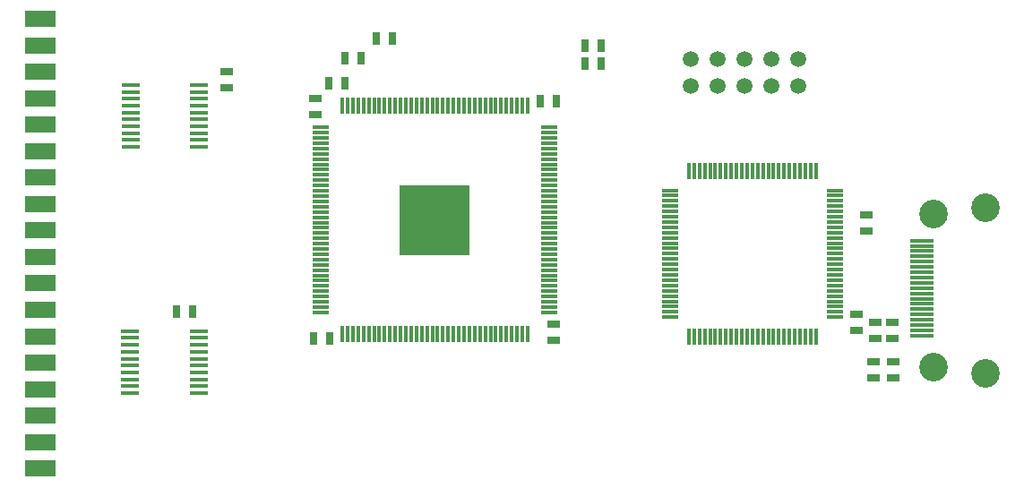
<source format=gts>
G04 #@! TF.FileFunction,Soldermask,Top*
%FSLAX46Y46*%
G04 Gerber Fmt 4.6, Leading zero omitted, Abs format (unit mm)*
G04 Created by KiCad (PCBNEW 4.0.4+dfsg1-stable) date Tue Oct 11 00:50:57 2016*
%MOMM*%
%LPD*%
G01*
G04 APERTURE LIST*
%ADD10C,0.150000*%
%ADD11C,1.506220*%
%ADD12C,2.700000*%
%ADD13R,2.200000X0.300000*%
%ADD14R,0.300000X1.600000*%
%ADD15R,1.600000X0.300000*%
%ADD16R,6.700000X6.700000*%
%ADD17C,0.690000*%
%ADD18C,2.200000*%
%ADD19R,1.143000X0.635000*%
%ADD20R,0.635000X1.143000*%
%ADD21R,1.700000X0.400000*%
%ADD22R,3.000000X1.500000*%
G04 APERTURE END LIST*
D10*
D11*
X111592000Y-29500000D03*
X111592000Y-32040000D03*
X109052000Y-29500000D03*
X109052000Y-32040000D03*
X106512000Y-29500000D03*
X106512000Y-32040000D03*
X103972000Y-29500000D03*
X103972000Y-32040000D03*
X101432000Y-29500000D03*
X101432000Y-32040000D03*
D12*
X124400000Y-44150000D03*
X124400000Y-58650000D03*
X129350000Y-59250000D03*
X129350000Y-43550000D03*
D13*
X123300000Y-46650000D03*
X123300000Y-47150000D03*
X123300000Y-47650000D03*
X123300000Y-48150000D03*
X123300000Y-48650000D03*
X123300000Y-49150000D03*
X123300000Y-49650000D03*
X123300000Y-50150000D03*
X123300000Y-50650000D03*
X123300000Y-51150000D03*
X123300000Y-51650000D03*
X123300000Y-52150000D03*
X123300000Y-52650000D03*
X123300000Y-53150000D03*
X123300000Y-53650000D03*
X123300000Y-54150000D03*
X123300000Y-54650000D03*
X123300000Y-55150000D03*
X123300000Y-55650000D03*
D14*
X86050000Y-33900000D03*
X85550000Y-33900000D03*
X85050000Y-33900000D03*
X84550000Y-33900000D03*
X84050000Y-33900000D03*
X83550000Y-33900000D03*
X83050000Y-33900000D03*
X82550000Y-33900000D03*
X82050000Y-33900000D03*
X81550000Y-33900000D03*
X81050000Y-33900000D03*
X80550000Y-33900000D03*
X80050000Y-33900000D03*
X79550000Y-33900000D03*
X79050000Y-33900000D03*
X78550000Y-33900000D03*
X78050000Y-33900000D03*
X77550000Y-33900000D03*
X77050000Y-33900000D03*
X76550000Y-33900000D03*
X76050000Y-33900000D03*
X75550000Y-33900000D03*
X75050000Y-33900000D03*
X74550000Y-33900000D03*
X74050000Y-33900000D03*
X73550000Y-33900000D03*
X73050000Y-33900000D03*
X72550000Y-33900000D03*
X72050000Y-33900000D03*
X71550000Y-33900000D03*
X71050000Y-33900000D03*
X70550000Y-33900000D03*
X70050000Y-33900000D03*
X69550000Y-33900000D03*
X69050000Y-33900000D03*
X68550000Y-33900000D03*
D15*
X66500000Y-35950000D03*
X66500000Y-36450000D03*
X66500000Y-36950000D03*
X66500000Y-37450000D03*
X66500000Y-37950000D03*
X66500000Y-38450000D03*
X66500000Y-38950000D03*
X66500000Y-39450000D03*
X66500000Y-39950000D03*
X66500000Y-40450000D03*
X66500000Y-40950000D03*
X66500000Y-41450000D03*
X66500000Y-41950000D03*
X66500000Y-42450000D03*
X66500000Y-42950000D03*
X66500000Y-43450000D03*
X66500000Y-43950000D03*
X66500000Y-44450000D03*
X66500000Y-44950000D03*
X66500000Y-45450000D03*
X66500000Y-45950000D03*
X66500000Y-46450000D03*
X66500000Y-46950000D03*
X66500000Y-47450000D03*
X66500000Y-47950000D03*
X66500000Y-48450000D03*
X66500000Y-48950000D03*
X66500000Y-49450000D03*
X66500000Y-49950000D03*
X66500000Y-50450000D03*
X66500000Y-50950000D03*
X66500000Y-51450000D03*
X66500000Y-51950000D03*
X66500000Y-52450000D03*
X66500000Y-52950000D03*
X66500000Y-53450000D03*
D14*
X68550000Y-55500000D03*
X69050000Y-55500000D03*
X69550000Y-55500000D03*
X70050000Y-55500000D03*
X70550000Y-55500000D03*
X71050000Y-55500000D03*
X71550000Y-55500000D03*
X72050000Y-55500000D03*
X72550000Y-55500000D03*
X73050000Y-55500000D03*
X73550000Y-55500000D03*
X74050000Y-55500000D03*
X74550000Y-55500000D03*
X75050000Y-55500000D03*
X75550000Y-55500000D03*
X76050000Y-55500000D03*
X76550000Y-55500000D03*
X77050000Y-55500000D03*
X77550000Y-55500000D03*
X78050000Y-55500000D03*
X78550000Y-55500000D03*
X79050000Y-55500000D03*
X79550000Y-55500000D03*
X80050000Y-55500000D03*
X80550000Y-55500000D03*
X81050000Y-55500000D03*
X81550000Y-55500000D03*
X82050000Y-55500000D03*
X82550000Y-55500000D03*
X83050000Y-55500000D03*
X83550000Y-55500000D03*
X84050000Y-55500000D03*
X84550000Y-55500000D03*
X85050000Y-55500000D03*
X85550000Y-55500000D03*
X86050000Y-55500000D03*
D15*
X88100000Y-53450000D03*
X88100000Y-52950000D03*
X88100000Y-52450000D03*
X88100000Y-51950000D03*
X88100000Y-51450000D03*
X88100000Y-50950000D03*
X88100000Y-50450000D03*
X88100000Y-49950000D03*
X88100000Y-49450000D03*
X88100000Y-48950000D03*
X88100000Y-48450000D03*
X88100000Y-47950000D03*
X88100000Y-47450000D03*
X88100000Y-46950000D03*
X88100000Y-46450000D03*
X88100000Y-45950000D03*
X88100000Y-45450000D03*
X88100000Y-44950000D03*
X88100000Y-44450000D03*
X88100000Y-43950000D03*
X88100000Y-43450000D03*
X88100000Y-42950000D03*
X88100000Y-42450000D03*
X88100000Y-41950000D03*
X88100000Y-41450000D03*
X88100000Y-40950000D03*
X88100000Y-40450000D03*
X88100000Y-39950000D03*
X88100000Y-39450000D03*
X88100000Y-38950000D03*
X88100000Y-38450000D03*
X88100000Y-37950000D03*
X88100000Y-37450000D03*
X88100000Y-36950000D03*
X88100000Y-36450000D03*
X88100000Y-35950000D03*
D16*
X77300000Y-44700000D03*
D17*
X79850000Y-42150000D03*
X79850000Y-43000000D03*
X79850000Y-43850000D03*
X79850000Y-44700000D03*
X79850000Y-45550000D03*
X79850000Y-46400000D03*
X79850000Y-47250000D03*
X79000000Y-42150000D03*
X79000000Y-43000000D03*
X79000000Y-43850000D03*
X79000000Y-44700000D03*
X79000000Y-45550000D03*
X79000000Y-46400000D03*
X79000000Y-47250000D03*
X78150000Y-42150000D03*
X78150000Y-43000000D03*
X78150000Y-46400000D03*
X78150000Y-47250000D03*
X77300000Y-42150000D03*
X77300000Y-43000000D03*
X77300000Y-46400000D03*
X77300000Y-47250000D03*
X76450000Y-42150000D03*
X76450000Y-43000000D03*
X76450000Y-46400000D03*
X76450000Y-47250000D03*
X75600000Y-42150000D03*
X75600000Y-43000000D03*
X75600000Y-43850000D03*
X75600000Y-44700000D03*
X75600000Y-45550000D03*
X75600000Y-46400000D03*
X75600000Y-47250000D03*
X74750000Y-42150000D03*
X74750000Y-43000000D03*
X74750000Y-43850000D03*
X74750000Y-44700000D03*
X74750000Y-45550000D03*
X74750000Y-46400000D03*
X74750000Y-47250000D03*
D18*
X77300000Y-44700000D03*
D14*
X101300000Y-55700000D03*
X101800000Y-55700000D03*
X102300000Y-55700000D03*
X102800000Y-55700000D03*
X103300000Y-55700000D03*
X103800000Y-55700000D03*
X104300000Y-55700000D03*
X104800000Y-55700000D03*
X105300000Y-55700000D03*
X105800000Y-55700000D03*
X106300000Y-55700000D03*
X106800000Y-55700000D03*
X107300000Y-55700000D03*
X107800000Y-55700000D03*
X108300000Y-55700000D03*
X108800000Y-55700000D03*
X109300000Y-55700000D03*
X109800000Y-55700000D03*
X110300000Y-55700000D03*
X110800000Y-55700000D03*
X111300000Y-55700000D03*
X111800000Y-55700000D03*
X112300000Y-55700000D03*
X112800000Y-55700000D03*
X113300000Y-55700000D03*
D15*
X115100000Y-53900000D03*
X115100000Y-53400000D03*
X115100000Y-52900000D03*
X115100000Y-52400000D03*
X115100000Y-51900000D03*
X115100000Y-51400000D03*
X115100000Y-50900000D03*
X115100000Y-50400000D03*
X115100000Y-49900000D03*
X115100000Y-49400000D03*
X115100000Y-48900000D03*
X115100000Y-48400000D03*
X115100000Y-47900000D03*
X115100000Y-47400000D03*
X115100000Y-46900000D03*
X115100000Y-46400000D03*
X115100000Y-45900000D03*
X115100000Y-45400000D03*
X115100000Y-44900000D03*
X115100000Y-44400000D03*
X115100000Y-43900000D03*
X115100000Y-43400000D03*
X115100000Y-42900000D03*
X115100000Y-42400000D03*
X115100000Y-41900000D03*
D14*
X113300000Y-40100000D03*
X112800000Y-40100000D03*
X112300000Y-40100000D03*
X111800000Y-40100000D03*
X111300000Y-40100000D03*
X110800000Y-40100000D03*
X110300000Y-40100000D03*
X109800000Y-40100000D03*
X109300000Y-40100000D03*
X108800000Y-40100000D03*
X108300000Y-40100000D03*
X107800000Y-40100000D03*
X107300000Y-40100000D03*
X106800000Y-40100000D03*
X106300000Y-40100000D03*
X105800000Y-40100000D03*
X105300000Y-40100000D03*
X104800000Y-40100000D03*
X104300000Y-40100000D03*
X103800000Y-40100000D03*
X103300000Y-40100000D03*
X102800000Y-40100000D03*
X102300000Y-40100000D03*
X101800000Y-40100000D03*
X101300000Y-40100000D03*
D15*
X99500000Y-41900000D03*
X99500000Y-42400000D03*
X99500000Y-42900000D03*
X99500000Y-43400000D03*
X99500000Y-43900000D03*
X99500000Y-44400000D03*
X99500000Y-44900000D03*
X99500000Y-45400000D03*
X99500000Y-45900000D03*
X99500000Y-46400000D03*
X99500000Y-46900000D03*
X99500000Y-47400000D03*
X99500000Y-47900000D03*
X99500000Y-48400000D03*
X99500000Y-48900000D03*
X99500000Y-49400000D03*
X99500000Y-49900000D03*
X99500000Y-50400000D03*
X99500000Y-50900000D03*
X99500000Y-51400000D03*
X99500000Y-51900000D03*
X99500000Y-52400000D03*
X99500000Y-52900000D03*
X99500000Y-53400000D03*
X99500000Y-53900000D03*
D19*
X118925000Y-55931000D03*
X118925000Y-54407000D03*
X120548000Y-55931000D03*
X120548000Y-54407000D03*
X118750000Y-59604000D03*
X118750000Y-58080000D03*
X120632000Y-58080000D03*
X120632000Y-59604000D03*
X117108000Y-53626000D03*
X117108000Y-55150000D03*
D20*
X91455000Y-29916000D03*
X92979000Y-29916000D03*
D19*
X118040000Y-44248000D03*
X118040000Y-45772000D03*
X88500000Y-54538000D03*
X88500000Y-56062000D03*
D20*
X87259000Y-33498000D03*
X88783000Y-33498000D03*
X92972000Y-28194000D03*
X91448000Y-28194000D03*
X67362000Y-55900000D03*
X65838000Y-55900000D03*
X68762000Y-31800000D03*
X67238000Y-31800000D03*
D19*
X66000000Y-34762000D03*
X66000000Y-33238000D03*
X57592000Y-32179000D03*
X57592000Y-30655000D03*
D20*
X52883000Y-53355000D03*
X54407000Y-53355000D03*
X68778000Y-29444000D03*
X70302000Y-29444000D03*
X71716000Y-27546000D03*
X73240000Y-27546000D03*
D21*
X48512000Y-55218000D03*
X48512000Y-55868000D03*
X48512000Y-56518000D03*
X48512000Y-57168000D03*
X48512000Y-57818000D03*
X48512000Y-58468000D03*
X48512000Y-59118000D03*
X48512000Y-59768000D03*
X48512000Y-60418000D03*
X48512000Y-61068000D03*
X54952000Y-61068000D03*
X54952000Y-60418000D03*
X54952000Y-59768000D03*
X54952000Y-59118000D03*
X54952000Y-58468000D03*
X54952000Y-57818000D03*
X54952000Y-57168000D03*
X54952000Y-56518000D03*
X54952000Y-55868000D03*
X54952000Y-55218000D03*
X48520000Y-31937000D03*
X48520000Y-32587000D03*
X48520000Y-33237000D03*
X48520000Y-33887000D03*
X48520000Y-34537000D03*
X48520000Y-35187000D03*
X48520000Y-35837000D03*
X48520000Y-36487000D03*
X48520000Y-37137000D03*
X48520000Y-37787000D03*
X54960000Y-37787000D03*
X54960000Y-37137000D03*
X54960000Y-36487000D03*
X54960000Y-35837000D03*
X54960000Y-35187000D03*
X54960000Y-34537000D03*
X54960000Y-33887000D03*
X54960000Y-33237000D03*
X54960000Y-32587000D03*
X54960000Y-31937000D03*
D22*
X40000000Y-68200000D03*
X40000000Y-45700000D03*
X40000000Y-65700000D03*
X40000000Y-63200000D03*
X40000000Y-60700000D03*
X40000000Y-58200000D03*
X40000000Y-55700000D03*
X40000000Y-53200000D03*
X40000000Y-50700000D03*
X40000000Y-48200000D03*
X40000000Y-43200000D03*
X40000000Y-40700000D03*
X40000000Y-38200000D03*
X40000000Y-35700000D03*
X40000000Y-33200000D03*
X40000000Y-30700000D03*
X40000000Y-28200000D03*
X40000000Y-25700000D03*
M02*

</source>
